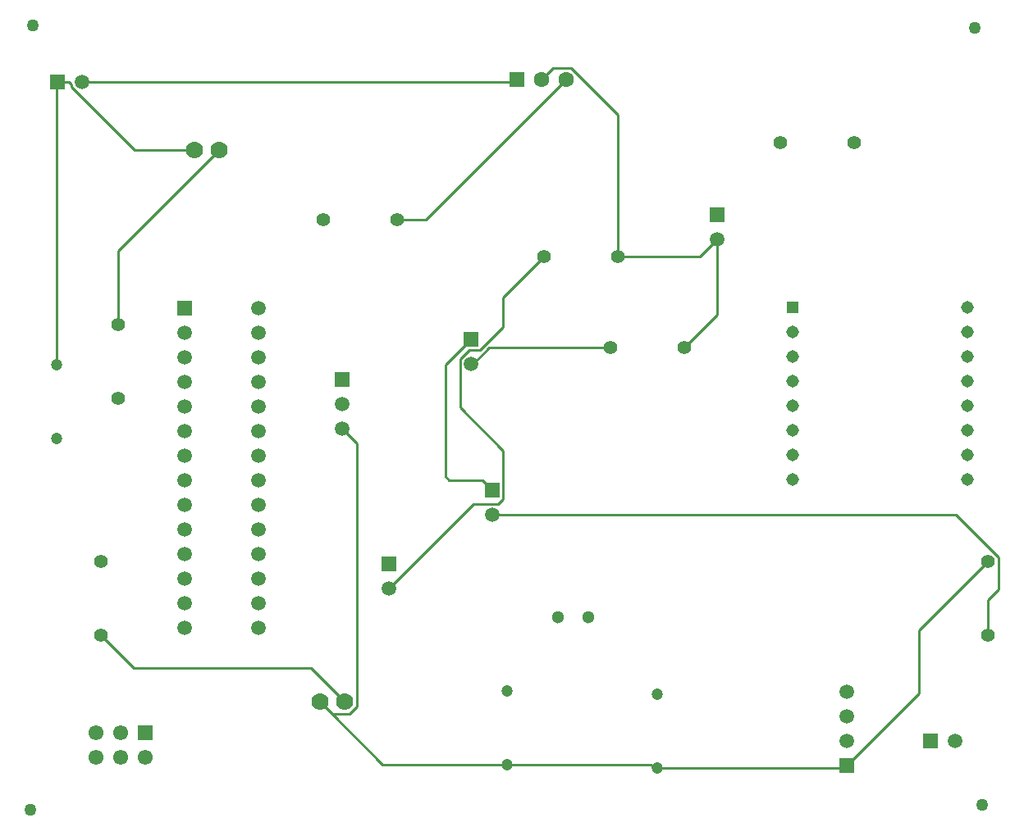
<source format=gtl>
G04*
G04 #@! TF.GenerationSoftware,Altium Limited,Altium Designer,22.3.1 (43)*
G04*
G04 Layer_Physical_Order=1*
G04 Layer_Color=255*
%FSLAX43Y43*%
%MOMM*%
G71*
G04*
G04 #@! TF.SameCoordinates,807CCD13-CB5B-4CC3-81D7-37C4D7C0FF8C*
G04*
G04*
G04 #@! TF.FilePolarity,Positive*
G04*
G01*
G75*
%ADD14C,0.254*%
%ADD29C,1.270*%
%ADD30R,1.500X1.500*%
%ADD31C,1.500*%
%ADD32R,1.500X1.500*%
%ADD33C,1.600*%
%ADD34R,1.600X1.600*%
%ADD35C,1.400*%
%ADD36C,1.308*%
%ADD37R,1.308X1.308*%
%ADD38C,1.778*%
%ADD39C,1.200*%
%ADD40C,1.300*%
%ADD41R,1.550X1.550*%
%ADD42C,1.550*%
D14*
X50673Y33020D02*
X98557D01*
X102935Y28642D01*
Y25303D02*
Y28642D01*
X101854Y24222D02*
X102935Y25303D01*
X101854Y20574D02*
Y24222D01*
X40005Y25400D02*
X48756Y34151D01*
X51303D01*
X51804Y34652D01*
Y39670D01*
X94753Y14616D02*
Y21093D01*
X87249Y7112D02*
X94753Y14616D01*
X86995Y6858D02*
X87249Y7112D01*
X94753Y21093D02*
X101854Y28194D01*
X67691Y6858D02*
X86995D01*
X67054Y7239D02*
X67435Y6858D01*
X52197Y7239D02*
X67054D01*
X67435Y6858D02*
X67691D01*
X34163Y12446D02*
X39370Y7239D01*
X32893Y13716D02*
X34163Y12446D01*
X39370Y7239D02*
X52197D01*
X12065Y52705D02*
Y60325D01*
X22479Y70739D01*
X49422Y50050D02*
X51804Y52432D01*
X47383Y49109D02*
X48324Y50050D01*
X51804Y52432D02*
Y55487D01*
X48324Y50050D02*
X49422D01*
X47383Y44091D02*
Y49109D01*
X45847Y36979D02*
X46245Y36581D01*
X49652D02*
X50673Y35560D01*
X47383Y44091D02*
X51804Y39670D01*
X45847Y36979D02*
Y48514D01*
X51804Y55487D02*
X56007Y59690D01*
X46245Y36581D02*
X49652D01*
X45847Y48514D02*
X48514Y51181D01*
X48731Y48641D02*
X50382Y50292D01*
X62865D01*
X48514Y48641D02*
X48731D01*
X70485Y50292D02*
X73914Y53721D01*
Y61468D01*
X72136Y59690D02*
X73914Y61468D01*
X63627Y59690D02*
X72136D01*
X63627D02*
Y74314D01*
X56934Y79159D02*
X58782D01*
X55753Y77978D02*
X56934Y79159D01*
X58782D02*
X63627Y74314D01*
X43815Y63500D02*
X58293Y77978D01*
X40894Y63500D02*
X43815D01*
X8382Y77724D02*
X52959D01*
X53213Y77978D01*
X7251Y77256D02*
Y77446D01*
X13768Y70739D02*
X19939D01*
X5842Y77724D02*
X6973D01*
X7251Y77446D01*
Y77256D02*
X13768Y70739D01*
X5715Y48514D02*
Y77597D01*
X5842Y77724D01*
X35179Y41910D02*
X36703Y40386D01*
Y13190D02*
Y40386D01*
X35959Y12446D02*
X36703Y13190D01*
X34163Y12446D02*
X35959D01*
X31968Y17181D02*
X35433Y13716D01*
X10287Y20574D02*
X13680Y17181D01*
X31968D01*
D29*
X3048Y2540D02*
D03*
X101219Y3048D02*
D03*
X100457Y83312D02*
D03*
X3302Y83566D02*
D03*
D30*
X40005Y27940D02*
D03*
X35179Y46990D02*
D03*
X50673Y35560D02*
D03*
X73914Y64008D02*
D03*
X48514Y51181D02*
D03*
X87249Y7112D02*
D03*
D31*
X40005Y25400D02*
D03*
X35179Y44450D02*
D03*
Y41910D02*
D03*
X8382Y77724D02*
D03*
X50673Y33020D02*
D03*
X26543Y21336D02*
D03*
Y23876D02*
D03*
Y26416D02*
D03*
Y28956D02*
D03*
Y31496D02*
D03*
Y34036D02*
D03*
Y36576D02*
D03*
Y39116D02*
D03*
Y41656D02*
D03*
Y44196D02*
D03*
Y46736D02*
D03*
Y49276D02*
D03*
Y51816D02*
D03*
Y54356D02*
D03*
X18923Y21336D02*
D03*
Y23876D02*
D03*
Y26416D02*
D03*
Y28956D02*
D03*
Y31496D02*
D03*
Y34036D02*
D03*
Y36576D02*
D03*
Y39116D02*
D03*
Y41656D02*
D03*
Y44196D02*
D03*
Y46736D02*
D03*
Y49276D02*
D03*
Y51816D02*
D03*
X73914Y61468D02*
D03*
X48514Y48641D02*
D03*
X98425Y9652D02*
D03*
X87249Y14732D02*
D03*
Y12192D02*
D03*
Y9652D02*
D03*
D32*
X5842Y77724D02*
D03*
X18923Y54356D02*
D03*
X95885Y9652D02*
D03*
D33*
X58293Y77978D02*
D03*
X55753D02*
D03*
D34*
X53213D02*
D03*
D35*
X88011Y71501D02*
D03*
X80391D02*
D03*
X12065Y52705D02*
D03*
Y45085D02*
D03*
X40894Y63500D02*
D03*
X33274D02*
D03*
X101854Y20574D02*
D03*
Y28194D02*
D03*
X62865Y50292D02*
D03*
X70485D02*
D03*
X56007Y59690D02*
D03*
X63627D02*
D03*
X10287Y20574D02*
D03*
Y28194D02*
D03*
D36*
X99695Y36703D02*
D03*
X81661D02*
D03*
X99695Y54483D02*
D03*
Y39243D02*
D03*
X81661D02*
D03*
X99695Y51943D02*
D03*
X81661D02*
D03*
X99695Y41783D02*
D03*
Y49403D02*
D03*
X81661D02*
D03*
Y41783D02*
D03*
X99695Y44323D02*
D03*
Y46863D02*
D03*
X81661Y44323D02*
D03*
Y46863D02*
D03*
D37*
Y54483D02*
D03*
D38*
X22479Y70739D02*
D03*
X19939D02*
D03*
X35433Y13716D02*
D03*
X32893D02*
D03*
D39*
X5715Y40894D02*
D03*
Y48514D02*
D03*
X67691Y14478D02*
D03*
Y6858D02*
D03*
X52197Y14859D02*
D03*
Y7239D02*
D03*
D40*
X57505Y22479D02*
D03*
X60605D02*
D03*
D41*
X14859Y10541D02*
D03*
D42*
Y8001D02*
D03*
X12319Y10541D02*
D03*
X9779D02*
D03*
X12319Y8001D02*
D03*
X9779D02*
D03*
M02*

</source>
